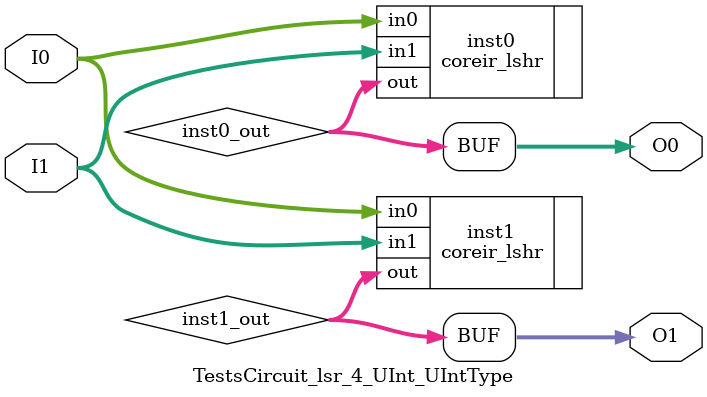
<source format=v>
module TestsCircuit_lsr_4_UInt_UIntType (input [3:0] I0, input [3:0] I1, output [3:0] O0, output [3:0] O1);
wire [3:0] inst0_out;
wire [3:0] inst1_out;
coreir_lshr inst0 (.in0(I0), .in1(I1), .out(inst0_out));
coreir_lshr inst1 (.in0(I0), .in1(I1), .out(inst1_out));
assign O0 = inst0_out;
assign O1 = inst1_out;
endmodule


</source>
